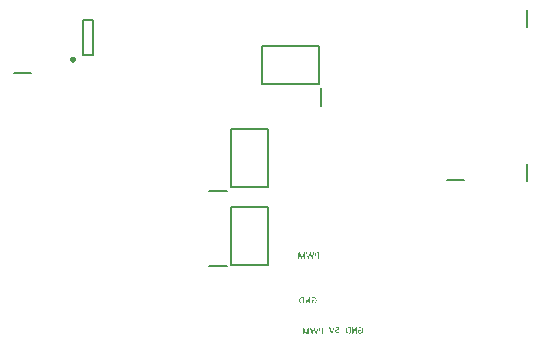
<source format=gbo>
%FSTAX23Y23*%
%MOIN*%
%SFA1B1*%

%IPPOS*%
%ADD11C,0.007874*%
%ADD14C,0.009843*%
%LNlebot-1*%
%LPD*%
G36*
X01255Y00291D02*
X01255Y0029D01*
X01255Y0029*
X01255Y0029*
X01255Y0029*
X01255Y0029*
X01255Y0029*
X01255Y0029*
X01255Y0029*
X01255Y0029*
X01255Y0029*
Y00289*
Y00289*
Y00271*
X01255Y00271*
X01255Y0027*
Y0027*
X01255Y0027*
X01255Y0027*
X01255Y0027*
X01255*
X01255Y0027*
X01255Y0027*
X01255Y0027*
X01255*
X01254Y0027*
X01254Y0027*
X01254*
X01254Y0027*
X01253Y0027*
X01253*
X01253Y0027*
X01253Y0027*
X01253Y0027*
X01253*
X01253Y0027*
X01253Y0027*
X01253Y0027*
X01253Y0027*
X01253Y00271*
X01253Y00271*
Y00271*
Y00271*
Y00288*
X01246Y00271*
X01246Y0027*
X01246Y0027*
Y0027*
X01245Y0027*
X01245Y0027*
X01245*
X01245Y0027*
X01245Y0027*
X01245Y0027*
X01245*
X01245Y0027*
X01245Y0027*
X01244*
X01244Y0027*
X01244*
X01244Y0027*
X01244Y0027*
X01244Y0027*
X01244*
X01243Y0027*
X01243Y0027*
X01243Y0027*
X01243*
X01243Y00271*
X01243Y00271*
Y00271*
X01236Y00288*
X01236*
Y00271*
X01236Y00271*
X01236Y0027*
Y0027*
X01236Y0027*
X01236Y0027*
X01236Y0027*
X01236*
X01235Y0027*
X01235Y0027*
X01235Y0027*
X01235*
X01235Y0027*
X01235Y0027*
X01234*
X01234Y0027*
X01234Y0027*
X01234*
X01234Y0027*
X01234Y0027*
X01234Y0027*
X01234*
X01233Y0027*
X01233Y0027*
X01233Y0027*
X01233Y0027*
X01233Y00271*
X01233Y00271*
Y00271*
Y00271*
Y00289*
X01233Y0029*
X01233Y0029*
X01233Y0029*
X01233Y0029*
X01233Y0029*
X01233Y0029*
X01234Y0029*
X01234Y0029*
X01234Y0029*
X01234Y00291*
X01234Y00291*
X01234Y00291*
X01234Y00291*
X01234Y00291*
X01236*
X01236Y00291*
X01237Y00291*
X01237Y00291*
X01237Y00291*
X01237*
X01237Y0029*
X01237Y0029*
X01237Y0029*
X01237Y0029*
X01238Y0029*
X01238Y0029*
X01238Y0029*
X01238Y0029*
Y0029*
X01238Y00289*
X01238Y00289*
X01238Y00289*
X01238Y00289*
X01238Y00289*
Y00289*
X01244Y00274*
X01244*
X0125Y00289*
X0125Y00289*
X0125Y0029*
X0125Y0029*
X01251Y0029*
Y0029*
X01251Y0029*
X01251Y0029*
X01251Y0029*
X01251Y0029*
X01251*
X01251Y0029*
X01251Y0029*
X01252Y0029*
X01252Y00291*
X01252Y00291*
X01252*
X01252Y00291*
X01252Y00291*
X01254*
X01255Y00291*
G37*
G36*
X01285Y00291D02*
X01285D01*
X01285Y00291*
X01285*
X01285Y00291*
X01286Y00291*
X01286Y00291*
X01286Y00291*
X01286Y0029*
X01286Y0029*
X01286Y0029*
Y0029*
X01286Y0029*
X01286Y0029*
X01286Y0029*
X01286Y0029*
Y0029*
X0128Y00271*
X0128Y00271*
X0128Y00271*
X0128Y00271*
X0128Y0027*
X0128Y0027*
X0128Y0027*
X0128Y0027*
X0128Y0027*
X0128Y0027*
X01279Y0027*
X01279Y0027*
X01279*
X01279Y0027*
X01279Y0027*
X01278*
X01278Y0027*
X01278*
X01278Y0027*
X01278*
X01277Y0027*
X01277Y0027*
X01277Y0027*
X01277*
X01277Y0027*
X01277Y0027*
X01277Y0027*
X01277Y0027*
X01277Y00271*
X01277Y00271*
X01277Y00271*
Y00271*
X01273Y00286*
X01273*
X01268Y00271*
X01268Y00271*
X01268Y00271*
X01268Y00271*
X01268Y0027*
X01268Y0027*
X01268Y0027*
X01268Y0027*
X01268Y0027*
X01268Y0027*
X01267Y0027*
X01267Y0027*
X01267*
X01267Y0027*
X01267Y0027*
X01266*
X01266Y0027*
X01266*
X01266Y0027*
X01266*
X01265Y0027*
X01265Y0027*
X01265Y0027*
X01265*
X01265Y0027*
X01265Y0027*
X01265Y0027*
X01265Y0027*
X01265Y00271*
X01265Y00271*
X01265Y00271*
X01265Y00271*
X01259Y0029*
X01259Y0029*
X01259Y0029*
Y0029*
Y0029*
X01259Y0029*
X01259Y0029*
X01259Y0029*
X01259Y00291*
X01259Y00291*
X01259Y00291*
X0126Y00291*
X0126*
X0126Y00291*
X0126Y00291*
X01261*
X01261Y00291*
X01261Y00291*
X01261*
X01261Y00291*
X01261Y00291*
X01261Y00291*
X01261Y00291*
X01262Y00291*
X01262Y0029*
X01262Y0029*
Y0029*
X01262Y0029*
X01262Y0029*
Y0029*
X01266Y00273*
X01266*
X01271Y0029*
X01271Y0029*
X01271Y0029*
X01271Y0029*
X01271Y0029*
X01271Y0029*
X01271Y00291*
X01271Y00291*
X01271*
X01271Y00291*
X01272Y00291*
X01272Y00291*
X01272*
X01272Y00291*
X01272Y00291*
X01273*
X01273Y00291*
X01273*
X01273Y00291*
X01273*
X01273Y00291*
X01274Y00291*
X01274Y00291*
X01274Y00291*
X01274Y00291*
X01274Y0029*
X01274Y0029*
X01274Y0029*
X01274Y0029*
X01274Y0029*
Y0029*
X01278Y00273*
X01278*
X01283Y0029*
X01283Y0029*
X01283Y0029*
X01283Y0029*
X01283Y0029*
X01283Y00291*
X01283Y00291*
X01283Y00291*
X01283*
X01283Y00291*
X01283Y00291*
X01284Y00291*
X01284*
X01284Y00291*
X01285*
X01285Y00291*
G37*
G36*
X013Y00291D02*
X013Y00291D01*
X013Y0029*
X013Y0029*
X013Y0029*
X013Y0029*
X013Y0029*
X01301Y0029*
X01301Y0029*
X01301Y0029*
X01301Y0029*
Y00289*
Y00289*
Y00271*
X01301Y00271*
X01301Y0027*
Y0027*
X01301Y0027*
X013Y0027*
X013Y0027*
X013*
X013Y0027*
X013Y0027*
X013Y0027*
X013*
X013Y0027*
X013Y0027*
X01299*
X01299Y0027*
X01299Y0027*
X01299*
X01299Y0027*
X01298Y0027*
X01298Y0027*
X01298*
X01298Y0027*
X01298Y0027*
X01298Y0027*
X01298Y0027*
X01298Y00271*
X01298Y00271*
Y00271*
Y00271*
Y00278*
X01296*
X01295Y00278*
X01294Y00278*
X01294Y00278*
X01293Y00278*
X01293Y00278*
X01293Y00278*
X01293Y00278*
X01293Y00278*
X01292Y00278*
X01292Y00278*
X01292*
X01292Y00279*
X01291Y00279*
X01291Y00279*
X01291Y00279*
X0129Y0028*
X0129Y0028*
X0129Y0028*
X0129Y0028*
X0129Y0028*
X01289Y00281*
X01289Y00281*
X01289Y00281*
X01289Y00281*
X01289Y00282*
X01289Y00282*
X01289Y00282*
Y00282*
X01289Y00282*
X01288Y00283*
X01288Y00283*
X01288Y00284*
X01288Y00284*
Y00284*
X01288Y00284*
Y00285*
Y00285*
Y00285*
Y00285*
X01288Y00285*
X01288Y00285*
X01288Y00286*
X01288Y00286*
X01288Y00286*
X01288Y00287*
X01288Y00287*
X01289Y00287*
X01289Y00287*
X01289Y00287*
X01289Y00288*
X01289Y00288*
X01289Y00288*
X01289Y00288*
X01289Y00288*
X01289Y00288*
X0129Y00289*
X0129Y00289*
X0129Y00289*
X0129Y00289*
X01291Y00289*
X01291Y0029*
X01291Y0029*
X01291Y0029*
X01291Y0029*
X01292Y0029*
X01292Y0029*
X01292Y0029*
X01292Y0029*
X01292Y0029*
X01293Y0029*
X01293*
X01293Y0029*
X01293Y0029*
X01293Y0029*
X01294Y00291*
X01294Y00291*
X01294Y00291*
X01294*
X01294Y00291*
X01295*
X01295Y00291*
X013*
X013Y00291*
G37*
G36*
X01367Y00042D02*
X01367Y00042D01*
X01367Y00042*
X01367Y00042*
Y00042*
X01367Y00041*
X01367Y00041*
X01368Y00041*
Y00041*
X01368Y00041*
Y00041*
Y00041*
Y00032*
Y00032*
X01368Y00032*
X01368Y00032*
X01367Y00032*
X01367Y00032*
X01367Y00032*
X01367Y00032*
X01367Y00032*
X01367Y00032*
X01367Y00032*
X01367*
X01366Y00032*
X01366*
X01366Y00032*
X01366Y00032*
X01366*
X01365Y00032*
X01365*
X01365Y00032*
X01365Y00032*
X01365Y00032*
X01364Y00032*
X01363*
X01363Y00032*
X01362Y00032*
X01362Y00032*
X01362Y00032*
X01362Y00032*
X01362Y00031*
X01361*
X01361Y00031*
X01361Y00031*
X01361Y00031*
X0136Y00031*
X0136Y00031*
X0136Y00031*
X0136Y00031*
X0136Y00031*
X0136Y00031*
X01359Y0003*
X01359Y0003*
X01359Y0003*
X01359Y0003*
X01359Y0003*
X01359Y00029*
X01359Y00029*
X01359Y00029*
X01359Y00029*
X01359Y00029*
X01359Y00028*
X01359Y00028*
X01359Y00028*
Y00028*
Y00028*
X01359Y00027*
X01359Y00027*
X01359Y00027*
X01359Y00026*
X01359Y00026*
X01359Y00026*
X01359Y00026*
X01359Y00026*
X01359Y00025*
X01359Y00025*
X01359Y00025*
X0136Y00025*
X0136Y00025*
X0136Y00025*
X0136Y00024*
X0136Y00024*
X0136Y00024*
X01361Y00024*
X01361Y00024*
X01361Y00024*
X01361Y00024*
X01361Y00024*
X01361Y00024*
X01362Y00024*
X01362Y00023*
X01362Y00023*
X01363Y00023*
X01363*
X01363Y00023*
X01364*
X01364Y00023*
X01365Y00023*
X01365Y00023*
X01365Y00024*
X01365Y00024*
X01365Y00024*
X01365*
X01366Y00024*
X01366Y00024*
X01366Y00024*
X01366Y00024*
X01367Y00024*
X01367Y00024*
X01367Y00024*
X01367*
X01367Y00024*
X01367Y00024*
X01367Y00024*
X01368Y00024*
X01368Y00024*
X01368Y00024*
X01368*
X01368Y00025*
X01368Y00025*
X01368Y00025*
X01368*
X01368Y00025*
X01368Y00025*
X01368Y00025*
X01368Y00024*
X01368Y00024*
X01368Y00024*
X01369Y00024*
X01369Y00024*
X01369Y00024*
Y00024*
Y00024*
Y00024*
Y00024*
Y00024*
Y00024*
Y00023*
Y00023*
Y00023*
Y00023*
X01369Y00023*
Y00023*
X01369Y00023*
Y00023*
X01368Y00023*
X01368Y00023*
Y00022*
X01368Y00022*
X01368Y00022*
X01368Y00022*
X01368Y00022*
X01368Y00022*
X01368Y00022*
X01368Y00022*
X01368Y00022*
X01368*
X01367Y00022*
X01367Y00022*
X01367Y00022*
X01367Y00022*
X01367Y00022*
X01367*
X01366Y00021*
X01366Y00021*
X01366Y00021*
X01365Y00021*
X01365Y00021*
X01365Y00021*
X01365*
X01365Y00021*
X01364Y00021*
X01364*
X01364Y00021*
X01363*
X01363Y00021*
X01362Y00021*
X01362Y00021*
X01361Y00021*
X01361Y00021*
X01361Y00021*
X01361Y00022*
X0136Y00022*
X0136Y00022*
X0136Y00022*
X0136*
X0136Y00022*
X01359Y00022*
X01359Y00022*
X01359Y00022*
X01358Y00023*
X01358Y00023*
X01358Y00023*
X01358Y00023*
X01357Y00023*
X01357Y00024*
X01357Y00024*
X01357Y00024*
X01357Y00025*
X01356Y00025*
X01356Y00025*
X01356Y00025*
X01356Y00025*
Y00025*
X01356Y00026*
X01356Y00026*
X01356Y00027*
X01356Y00027*
X01356Y00027*
Y00028*
X01356Y00028*
Y00028*
Y00028*
Y00028*
Y00028*
X01356Y00028*
X01356Y00029*
X01356Y00029*
X01356Y0003*
X01356Y0003*
X01356Y0003*
X01356Y0003*
X01356Y0003*
X01356Y00031*
X01357Y00031*
X01357Y00031*
X01357Y00032*
X01357Y00032*
X01357Y00032*
X01357Y00032*
X01357Y00032*
X01358Y00033*
X01358Y00033*
X01358Y00033*
X01359Y00033*
X01359Y00033*
X01359Y00033*
X01359Y00033*
X0136Y00033*
X0136Y00033*
X0136*
X0136Y00034*
X01361Y00034*
X01361Y00034*
X01362Y00034*
X01362Y00034*
X01362Y00034*
X01363*
X01364Y00034*
X01364*
X01364Y00034*
X01364Y00034*
X01365*
X01365Y00034*
X01365*
X01365Y00034*
X01365*
Y00039*
X01358*
X01357Y00039*
X01357Y0004*
X01357Y0004*
X01357Y0004*
X01357Y0004*
X01357Y0004*
X01357Y0004*
X01357Y0004*
Y00041*
Y00041*
Y00041*
Y00041*
X01357Y00041*
X01357Y00041*
Y00041*
X01357Y00041*
X01357Y00041*
X01357Y00041*
X01357Y00042*
X01357Y00042*
X01357Y00042*
X01357Y00042*
X01357Y00042*
X01357Y00042*
X01358Y00042*
X01367*
X01367Y00042*
G37*
G36*
X01352Y00042D02*
X01353D01*
X01353Y00042*
X01353*
X01353Y00042*
X01353Y00042*
X01353Y00042*
X01353Y00042*
X01353Y00042*
X01353Y00042*
X01353Y00041*
Y00041*
X01353Y00041*
X01353Y00041*
X01353Y00041*
X01353Y00041*
Y00041*
X01347Y00022*
X01346Y00022*
X01346Y00022*
Y00022*
X01346Y00022*
X01346Y00022*
X01346Y00022*
X01346Y00021*
X01346Y00021*
X01346*
X01346Y00021*
X01346*
X01346Y00021*
X01346*
X01346Y00021*
X01345Y00021*
X01345*
X01345Y00021*
X01344*
X01344Y00021*
X01344*
X01344Y00021*
X01344Y00021*
X01343Y00021*
X01343*
X01343Y00021*
X01343Y00022*
X01343Y00022*
X01343Y00022*
X01343Y00022*
X01343Y00022*
X01343Y00022*
X01336Y00041*
X01336Y00041*
X01336Y00041*
X01336Y00041*
Y00041*
Y00042*
X01336Y00042*
X01336Y00042*
X01336Y00042*
X01336Y00042*
X01336Y00042*
X01337Y00042*
X01337*
X01337Y00042*
X01337Y00042*
X01338*
X01338Y00042*
X01338*
X01338Y00042*
X01338Y00042*
X01339Y00042*
X01339Y00042*
X01339Y00042*
X01339Y00042*
X01339Y00042*
X01339Y00042*
X01339Y00042*
X01339Y00041*
X01339Y00041*
Y00041*
X01345Y00024*
X01345*
X0135Y00041*
X0135Y00041*
X01351Y00042*
X01351Y00042*
X01351Y00042*
X01351Y00042*
X01351Y00042*
X01351Y00042*
X01351*
X01351Y00042*
X01351Y00042*
X01351Y00042*
X01351*
X01351Y00042*
X01352*
X01352Y00042*
G37*
G36*
X01268Y0004D02*
X01269Y0004D01*
X01269Y00039*
X01269Y00039*
X01269Y00039*
X01269Y00039*
X01269Y00039*
X01269Y00039*
X01269Y00039*
X01269Y00039*
X01269Y00039*
Y00038*
Y00038*
Y0002*
X01269Y0002*
X01269Y00019*
Y00019*
X01269Y00019*
X01269Y00019*
X01269Y00019*
X01269*
X01269Y00019*
X01269Y00019*
X01269Y00019*
X01268*
X01268Y00019*
X01268Y00019*
X01268*
X01267Y00019*
X01267Y00019*
X01267*
X01267Y00019*
X01267Y00019*
X01267Y00019*
X01267*
X01267Y00019*
X01267Y00019*
X01267Y00019*
X01266Y00019*
X01266Y0002*
X01266Y0002*
Y0002*
Y0002*
Y00037*
X0126Y0002*
X01259Y00019*
X01259Y00019*
Y00019*
X01259Y00019*
X01259Y00019*
X01259*
X01259Y00019*
X01259Y00019*
X01259Y00019*
X01259*
X01259Y00019*
X01258Y00019*
X01258*
X01258Y00019*
X01258*
X01258Y00019*
X01257Y00019*
X01257Y00019*
X01257*
X01257Y00019*
X01257Y00019*
X01257Y00019*
X01257*
X01257Y0002*
X01257Y0002*
Y0002*
X0125Y00037*
X0125*
Y0002*
X0125Y0002*
X0125Y00019*
Y00019*
X0125Y00019*
X01249Y00019*
X01249Y00019*
X01249*
X01249Y00019*
X01249Y00019*
X01249Y00019*
X01249*
X01249Y00019*
X01249Y00019*
X01248*
X01248Y00019*
X01248Y00019*
X01248*
X01248Y00019*
X01247Y00019*
X01247Y00019*
X01247*
X01247Y00019*
X01247Y00019*
X01247Y00019*
X01247Y00019*
X01247Y0002*
X01247Y0002*
Y0002*
Y0002*
Y00038*
X01247Y00039*
X01247Y00039*
X01247Y00039*
X01247Y00039*
X01247Y00039*
X01247Y00039*
X01247Y00039*
X01247Y00039*
X01247Y00039*
X01248Y0004*
X01248Y0004*
X01248Y0004*
X01248Y0004*
X01248Y0004*
X0125*
X0125Y0004*
X0125Y0004*
X01251Y0004*
X01251Y0004*
X01251*
X01251Y00039*
X01251Y00039*
X01251Y00039*
X01251Y00039*
X01251Y00039*
X01251Y00039*
X01252Y00039*
X01252Y00039*
Y00039*
X01252Y00038*
X01252Y00038*
X01252Y00038*
X01252Y00038*
X01252Y00038*
Y00038*
X01258Y00023*
X01258*
X01264Y00038*
X01264Y00038*
X01264Y00039*
X01264Y00039*
X01264Y00039*
Y00039*
X01264Y00039*
X01265Y00039*
X01265Y00039*
X01265Y00039*
X01265*
X01265Y00039*
X01265Y00039*
X01265Y0004*
X01265Y0004*
X01265Y0004*
X01265*
X01266Y0004*
X01266Y0004*
X01268*
X01268Y0004*
G37*
G36*
X01299Y0004D02*
X01299D01*
X01299Y0004*
X01299*
X01299Y0004*
X01299Y0004*
X01299Y0004*
X01299Y0004*
X013Y00039*
X013Y00039*
X013Y00039*
Y00039*
X013Y00039*
X013Y00039*
X01299Y00039*
X01299Y00039*
Y00039*
X01294Y0002*
X01294Y0002*
X01294Y0002*
X01294Y0002*
X01294Y0002*
X01294Y00019*
X01294Y00019*
X01294Y00019*
X01294Y00019*
X01293Y00019*
X01293Y00019*
X01293Y00019*
X01293*
X01293Y00019*
X01292Y00019*
X01292*
X01292Y00019*
X01291*
X01291Y00019*
X01291*
X01291Y00019*
X01291Y00019*
X01291Y00019*
X01291*
X01291Y00019*
X01291Y00019*
X01291Y00019*
X0129Y0002*
X0129Y0002*
X0129Y0002*
X0129Y0002*
Y0002*
X01286Y00035*
X01286*
X01282Y0002*
X01282Y0002*
X01282Y0002*
X01282Y0002*
X01282Y0002*
X01282Y00019*
X01282Y00019*
X01282Y00019*
X01282Y00019*
X01281Y00019*
X01281Y00019*
X01281Y00019*
X01281*
X01281Y00019*
X0128Y00019*
X0128*
X0128Y00019*
X0128*
X01279Y00019*
X01279*
X01279Y00019*
X01279Y00019*
X01279Y00019*
X01279*
X01279Y00019*
X01279Y00019*
X01279Y00019*
X01278Y0002*
X01278Y0002*
X01278Y0002*
X01278Y0002*
X01278Y0002*
X01273Y00039*
X01273Y00039*
X01273Y00039*
Y00039*
Y00039*
X01273Y00039*
X01273Y00039*
X01273Y0004*
X01273Y0004*
X01273Y0004*
X01273Y0004*
X01273Y0004*
X01273*
X01274Y0004*
X01274Y0004*
X01274*
X01275Y0004*
X01275Y0004*
X01275*
X01275Y0004*
X01275Y0004*
X01275Y0004*
X01275Y0004*
X01275Y0004*
X01275Y0004*
X01275Y00039*
Y00039*
X01276Y00039*
X01276Y00039*
Y00039*
X0128Y00022*
X0128*
X01285Y00039*
X01285Y00039*
X01285Y00039*
X01285Y00039*
X01285Y00039*
X01285Y0004*
X01285Y0004*
X01285Y0004*
X01285*
X01285Y0004*
X01285Y0004*
X01285Y0004*
X01286*
X01286Y0004*
X01286Y0004*
X01287*
X01287Y0004*
X01287*
X01287Y0004*
X01287*
X01287Y0004*
X01287Y0004*
X01287Y0004*
X01287Y0004*
X01288Y0004*
X01288Y0004*
X01288Y00039*
X01288Y00039*
X01288Y00039*
X01288Y00039*
Y00039*
X01292Y00022*
X01292*
X01297Y00039*
X01297Y00039*
X01297Y00039*
X01297Y00039*
X01297Y00039*
X01297Y0004*
X01297Y0004*
X01297Y0004*
X01297*
X01297Y0004*
X01297Y0004*
X01297Y0004*
X01297*
X01298Y0004*
X01299*
X01299Y0004*
G37*
G36*
X01314Y0004D02*
X01314Y0004D01*
X01314Y00039*
X01314Y00039*
X01314Y00039*
X01314Y00039*
X01314Y00039*
X01314Y00039*
X01314Y00039*
X01314Y00039*
X01314Y00039*
Y00038*
Y00038*
Y0002*
X01314Y0002*
X01314Y00019*
Y00019*
X01314Y00019*
X01314Y00019*
X01314Y00019*
X01314*
X01314Y00019*
X01314Y00019*
X01314Y00019*
X01314*
X01314Y00019*
X01313Y00019*
X01313*
X01313Y00019*
X01313Y00019*
X01312*
X01312Y00019*
X01312Y00019*
X01312Y00019*
X01312*
X01312Y00019*
X01312Y00019*
X01312Y00019*
X01312Y00019*
X01312Y0002*
X01312Y0002*
Y0002*
Y0002*
Y00027*
X01309*
X01309Y00027*
X01308Y00027*
X01308Y00027*
X01307Y00027*
X01307Y00027*
X01307Y00027*
X01306Y00027*
X01306Y00027*
X01306Y00027*
X01306Y00028*
X01306*
X01306Y00028*
X01305Y00028*
X01305Y00028*
X01305Y00028*
X01304Y00029*
X01304Y00029*
X01304Y00029*
X01304Y00029*
X01304Y00029*
X01303Y0003*
X01303Y0003*
X01303Y0003*
X01303Y0003*
X01303Y00031*
X01302Y00031*
X01302Y00031*
Y00031*
X01302Y00031*
X01302Y00032*
X01302Y00032*
X01302Y00033*
X01302Y00033*
Y00033*
X01302Y00033*
Y00034*
Y00034*
Y00034*
Y00034*
X01302Y00034*
X01302Y00034*
X01302Y00035*
X01302Y00035*
X01302Y00035*
X01302Y00036*
X01302Y00036*
X01302Y00036*
X01302Y00036*
X01303Y00036*
X01303Y00037*
X01303Y00037*
X01303Y00037*
X01303Y00037*
X01303Y00037*
X01303Y00037*
X01303Y00038*
X01304Y00038*
X01304Y00038*
X01304Y00038*
X01304Y00038*
X01304Y00039*
X01305Y00039*
X01305Y00039*
X01305Y00039*
X01305Y00039*
X01306Y00039*
X01306Y00039*
X01306Y00039*
X01306Y00039*
X01306Y00039*
X01306*
X01307Y00039*
X01307Y00039*
X01307Y0004*
X01307Y0004*
X01308Y0004*
X01308Y0004*
X01308*
X01308Y0004*
X01308*
X01309Y0004*
X01314*
X01314Y0004*
G37*
G36*
X01285Y00141D02*
X01285Y00141D01*
X01286Y00141*
X01286Y00141*
X01287Y00141*
X01287Y00141*
X01287Y00141*
X01287Y00141*
X01287Y00141*
X01288Y00141*
X01288Y00141*
X01288Y00141*
X01288*
X01288Y0014*
X01289Y0014*
X0129Y0014*
X0129Y00139*
X0129Y00139*
X01291Y00139*
X01291Y00139*
X01291Y00139*
X01291Y00139*
X01291Y00139*
X01291Y00139*
X01291Y00138*
X01292Y00137*
X01292Y00137*
X01293Y00136*
X01293Y00136*
X01293Y00136*
X01293Y00136*
X01293Y00135*
X01293Y00135*
X01293Y00135*
Y00135*
X01293Y00134*
X01293Y00134*
X01294Y00133*
X01294Y00132*
X01294Y00132*
Y00132*
X01294Y00131*
X01294Y00131*
Y00131*
Y00131*
Y00131*
Y00131*
X01294Y0013*
X01294Y00129*
X01294Y00128*
X01294Y00128*
X01293Y00128*
X01293Y00128*
X01293Y00127*
X01293Y00127*
X01293Y00127*
X01293Y00127*
X01293Y00127*
X01293Y00127*
Y00127*
X01293Y00126*
X01293Y00125*
X01292Y00125*
X01292Y00124*
X01292Y00124*
X01291Y00124*
X01291Y00124*
X01291Y00124*
X01291Y00123*
X01291Y00123*
X01291Y00123*
X01291Y00123*
X0129Y00122*
X0129Y00122*
X01289Y00122*
X01289Y00122*
X01289Y00121*
X01288Y00121*
X01288Y00121*
X01288Y00121*
X01288Y00121*
X01288*
X01287Y00121*
X01287Y00121*
X01286Y00121*
X01285Y00121*
X01285Y00121*
X01285*
X01284Y00121*
X01284Y00121*
X01284*
X01283Y00121*
X01283*
X01283Y00121*
X01283Y00121*
X01282*
X01282Y00121*
X01282*
X01282Y00121*
X01281Y00121*
X01281Y00121*
X01281Y00121*
X01281Y00121*
X01281Y00121*
X01281*
X0128Y00121*
X0128Y00121*
X0128Y00121*
X01279Y00121*
X01279Y00121*
X01279Y00121*
X01279*
X01279Y00121*
X01279Y00122*
X01279Y00122*
X01278Y00122*
X01278Y00122*
X01278Y00122*
X01278Y00122*
X01278*
X01278Y00122*
X01278Y00122*
X01278Y00122*
X01278Y00122*
X01277Y00122*
X01277Y00122*
Y00122*
X01277Y00123*
X01277Y00123*
X01277Y00123*
Y00123*
Y00123*
Y00123*
Y00131*
X01277Y00131*
X01277Y00131*
X01277Y00131*
X01277Y00131*
X01277Y00132*
X01278Y00132*
X01278Y00132*
X01278Y00132*
X01278Y00132*
X01278Y00132*
X01278Y00132*
X01278Y00132*
X01278Y00132*
X01278Y00132*
X01285*
X01285Y00132*
X01285Y00132*
X01285Y00132*
X01285Y00132*
X01285Y00132*
X01285Y00132*
X01285Y00132*
X01285Y00132*
X01285Y00131*
Y00131*
X01285Y00131*
Y00131*
Y00131*
Y00131*
Y00131*
Y00131*
X01285Y00131*
X01285Y0013*
X01285Y0013*
Y0013*
X01285Y0013*
X01285Y0013*
Y0013*
X01285Y0013*
X01285Y0013*
X01285Y0013*
X0128*
Y00124*
X01281Y00124*
X01281Y00123*
X01281Y00123*
X01281Y00123*
X01282Y00123*
X01282Y00123*
X01282*
X01283Y00123*
X01283Y00123*
X01283Y00123*
X01283*
X01284Y00123*
X01284*
X01284Y00123*
X01285Y00123*
X01285Y00123*
X01286Y00123*
X01286Y00123*
X01286Y00123*
X01286Y00123*
X01286Y00123*
X01287Y00123*
X01287Y00123*
X01287*
X01287Y00124*
X01288Y00124*
X01288Y00124*
X01288Y00124*
X01289Y00125*
X01289Y00125*
X01289Y00125*
X01289Y00125*
X01289Y00125*
X0129Y00126*
X0129Y00126*
X0129Y00127*
X0129Y00127*
X0129Y00127*
X0129Y00127*
X0129Y00128*
X0129Y00128*
Y00128*
X01291Y00128*
X01291Y00129*
X01291Y00129*
X01291Y0013*
X01291Y0013*
X01291Y0013*
Y00131*
X01291Y00131*
Y00131*
Y00131*
Y00131*
Y00131*
X01291Y00132*
X01291Y00132*
X01291Y00133*
X01291Y00133*
X01291Y00134*
X01291Y00134*
X01291Y00134*
X0129Y00134*
X0129Y00134*
X0129Y00134*
Y00134*
X0129Y00135*
X0129Y00135*
X0129Y00136*
X0129Y00136*
X01289Y00136*
X01289Y00137*
X01289Y00137*
X01289Y00137*
X01289Y00137*
X01288Y00138*
X01288Y00138*
X01288Y00138*
X01287Y00138*
X01287Y00138*
X01287Y00139*
X01287Y00139*
X01287Y00139*
X01287*
X01286Y00139*
X01286Y00139*
X01285Y00139*
X01285Y00139*
X01284Y00139*
X01284*
X01284Y00139*
X01284*
X01283Y00139*
X01283Y00139*
X01282Y00139*
X01282Y00139*
X01282Y00139*
X01281Y00139*
X01281Y00139*
X01281Y00139*
X01281Y00139*
X01281Y00139*
X0128Y00139*
X0128Y00138*
X0128Y00138*
X0128Y00138*
X0128Y00138*
X0128Y00138*
X01279Y00138*
X01279Y00138*
X01279Y00138*
X01279Y00138*
X01279Y00138*
X01278Y00138*
X01278Y00138*
X01278Y00138*
X01278Y00137*
X01278Y00137*
X01278Y00137*
X01278Y00137*
X01278*
X01278Y00137*
X01278Y00137*
X01278*
X01277Y00137*
X01277Y00137*
X01277Y00138*
Y00138*
X01277Y00138*
X01277Y00138*
X01277Y00138*
Y00138*
X01277Y00138*
X01277Y00138*
Y00138*
Y00138*
Y00138*
X01277Y00139*
X01277Y00139*
X01277Y00139*
Y00139*
X01277Y00139*
X01277Y00139*
X01277Y0014*
X01278Y0014*
X01278Y0014*
X01278Y0014*
X01278Y0014*
X01278Y0014*
X01278Y0014*
X01278Y0014*
X01278Y0014*
X01278Y0014*
X01279Y0014*
X01279Y00141*
X01279Y00141*
X01279Y00141*
X0128Y00141*
X0128Y00141*
X0128*
X0128Y00141*
X01281Y00141*
X01281Y00141*
X01281Y00141*
X01281Y00141*
X01281Y00141*
X01281*
X01282Y00141*
X01283Y00141*
X01283Y00141*
X01283Y00142*
X01284*
X01285Y00141*
G37*
G36*
X01251Y00141D02*
X01251Y00141D01*
X01251Y00141*
X01251Y00141*
X01251*
X01251Y00141*
X01251Y00141*
X01251Y0014*
X01251Y0014*
X01251Y0014*
Y0014*
Y0014*
Y00122*
X01251Y00122*
X01251Y00122*
X01251Y00121*
X01251Y00121*
X01251Y00121*
X01251Y00121*
X01251Y00121*
X01251Y00121*
X01251Y00121*
X01251Y00121*
X0125Y00121*
X01246*
X01245Y00121*
X01244Y00121*
X01244Y00121*
X01243Y00121*
X01243Y00121*
X01243Y00121*
X01243Y00121*
X01242Y00121*
X01242Y00121*
X01242Y00121*
X01242Y00121*
X01242Y00121*
X01242Y00121*
X01242*
X01241Y00122*
X0124Y00122*
X0124Y00122*
X01239Y00123*
X01239Y00123*
X01239Y00123*
X01239Y00123*
X01238Y00123*
X01238Y00123*
X01238Y00123*
X01238Y00123*
X01238Y00124*
X01238Y00125*
X01237Y00125*
X01237Y00126*
X01237Y00126*
X01237Y00126*
X01237Y00126*
X01236Y00127*
X01236Y00127*
X01236Y00127*
Y00127*
X01236Y00127*
X01236Y00128*
X01236Y00129*
X01236Y0013*
X01236Y0013*
X01236Y0013*
Y00131*
X01236Y00131*
Y00131*
Y00131*
Y00131*
Y00131*
X01236Y00132*
X01236Y00133*
X01236Y00134*
X01236Y00134*
X01236Y00134*
X01236Y00135*
X01236Y00135*
X01236Y00135*
X01236Y00135*
X01236Y00135*
X01236Y00135*
X01236Y00135*
Y00135*
X01237Y00136*
X01237Y00137*
X01237Y00137*
X01238Y00138*
X01238Y00138*
X01238Y00138*
X01238Y00138*
X01238Y00138*
X01238Y00139*
X01238Y00139*
X01238Y00139*
X01239Y00139*
X01239Y00139*
X0124Y0014*
X0124Y0014*
X01241Y0014*
X01241Y0014*
X01241Y0014*
X01241Y0014*
X01241Y00141*
X01241Y00141*
X01241*
X01242Y00141*
X01243Y00141*
X01243Y00141*
X01244Y00141*
X01245Y00141*
X01245Y00141*
X01245*
X01245Y00141*
X0125*
X01251Y00141*
G37*
G36*
X01259Y00141D02*
X01259Y00141D01*
X01259*
X01259Y00141*
X01259Y00141*
X01259Y00141*
X01259Y00141*
X01259Y00141*
X01259Y00141*
X01259Y00141*
X01259Y00141*
X01259Y00141*
Y00141*
Y00141*
Y0013*
Y00129*
Y00129*
Y00128*
Y00128*
Y00128*
Y00127*
Y00127*
Y00127*
Y00127*
Y00127*
Y00127*
Y00126*
Y00126*
X01259Y00125*
Y00125*
Y00125*
Y00125*
Y00125*
Y00125*
Y00125*
X0126Y00125*
X0126Y00125*
X0126Y00126*
X0126Y00126*
X0126Y00126*
X0126Y00126*
X0126Y00126*
X0126Y00127*
X01261Y00127*
X01261Y00127*
X01261Y00127*
X01261Y00127*
X01261Y00127*
X01261Y00127*
X01261Y00128*
X01261Y00128*
X01261Y00129*
X01262Y00129*
X01262Y00129*
X01262Y00129*
X01262Y00129*
X01262Y0013*
X01262Y0013*
X01262Y0013*
X01262Y0013*
X01263Y0013*
X01263Y00131*
X01263Y00131*
X01267Y0014*
X01268Y0014*
X01268Y0014*
X01268Y0014*
X01268Y0014*
X01268Y0014*
Y0014*
X01268Y00141*
X01268Y00141*
X01268Y00141*
X01268Y00141*
X01268*
X01269Y00141*
X01269Y00141*
X01269Y00141*
X01269Y00141*
X01269*
X01269Y00141*
X01269Y00141*
X01271*
X01271Y00141*
X01272Y00141*
X01272Y00141*
X01272Y00141*
X01272Y00141*
X01272Y00141*
X01272Y00141*
X01272Y00141*
X01272Y0014*
X01272Y0014*
X01272Y0014*
Y0014*
Y0014*
Y00121*
X01272Y00121*
X01272Y00121*
Y00121*
X01272Y00121*
X01272Y00121*
X01272Y00121*
X01272*
X01272Y00121*
X01272Y00121*
X01272Y00121*
X01272*
X01271Y00121*
X01271Y00121*
X01271*
X0127Y00121*
X0127Y00121*
X0127*
X0127Y00121*
X0127Y00121*
X0127Y00121*
X0127*
X0127Y00121*
X0127Y00121*
X0127Y00121*
X0127Y00121*
X01269Y00121*
X01269Y00121*
Y00121*
Y00121*
Y00134*
Y00134*
Y00134*
Y00135*
Y00135*
X01269Y00135*
Y00136*
Y00136*
Y00136*
Y00136*
Y00136*
Y00137*
X0127Y00137*
Y00137*
Y00138*
X0127Y00138*
Y00138*
Y00138*
X01269*
X01269Y00138*
X01269Y00137*
X01269Y00137*
X01269Y00137*
X01269Y00136*
X01269Y00136*
X01269Y00136*
X01268Y00136*
X01268Y00136*
X01268Y00135*
X01268Y00135*
X01268Y00135*
X01268Y00135*
X01268Y00134*
X01268Y00134*
X01261Y00123*
X01261Y00123*
X01261Y00122*
X01261Y00122*
X01261Y00122*
X01261Y00122*
X01261Y00122*
X01261Y00122*
X01261Y00122*
X01261Y00122*
X0126Y00121*
X0126Y00121*
X0126Y00121*
X0126Y00121*
X0126Y00121*
X0126Y00121*
X0126Y00121*
X0126*
X01259Y00121*
X01259Y00121*
X01258*
X01258Y00121*
X01258Y00121*
X01258*
X01257Y00121*
X01257Y00121*
X01257Y00121*
X01257Y00121*
X01257Y00121*
X01257Y00121*
X01257Y00121*
X01257Y00121*
X01257Y00122*
X01257Y00122*
X01257Y00122*
Y00122*
Y00122*
Y00141*
Y00141*
X01257Y00141*
X01257Y00141*
X01257Y00141*
X01257Y00141*
X01257Y00141*
X01257Y00141*
X01257*
X01257Y00141*
X01257Y00141*
X01257Y00141*
X01257*
X01258Y00141*
X01258Y00141*
X01258*
X01259Y00141*
G37*
G36*
X0144Y00041D02*
X01441Y00041D01*
X01442Y00041*
X01442Y00041*
X01442Y00041*
X01442Y00041*
X01443Y00041*
X01443Y00041*
X01443Y0004*
X01443Y0004*
X01443Y0004*
X01443Y0004*
X01443*
X01444Y0004*
X01445Y0004*
X01445Y00039*
X01446Y00039*
X01446Y00039*
X01446Y00039*
X01446Y00038*
X01446Y00038*
X01446Y00038*
X01447Y00038*
X01447Y00038*
X01447Y00038*
X01447Y00037*
X01448Y00037*
X01448Y00036*
X01448Y00036*
X01448Y00035*
X01448Y00035*
X01449Y00035*
X01449Y00035*
X01449Y00035*
Y00035*
X01449Y00034*
X01449Y00033*
X01449Y00033*
X01449Y00032*
X01449Y00032*
Y00031*
X01449Y00031*
X01449Y00031*
Y00031*
Y00031*
Y0003*
Y0003*
X01449Y0003*
X01449Y00029*
X01449Y00028*
X01449Y00028*
X01449Y00027*
X01449Y00027*
X01449Y00027*
X01449Y00027*
X01449Y00027*
X01449Y00026*
X01449Y00026*
X01449Y00026*
Y00026*
X01448Y00026*
X01448Y00025*
X01448Y00024*
X01447Y00024*
X01447Y00023*
X01447Y00023*
X01447Y00023*
X01447Y00023*
X01447Y00023*
X01447Y00023*
X01447Y00023*
X01446Y00023*
X01446Y00022*
X01445Y00022*
X01445Y00021*
X01444Y00021*
X01444Y00021*
X01444Y00021*
X01444Y00021*
X01444Y00021*
X01444Y00021*
X01444*
X01443Y00021*
X01442Y0002*
X01441Y0002*
X01441Y0002*
X0144Y0002*
X0144*
X0144Y0002*
X0144Y0002*
X01439*
X01439Y0002*
X01438*
X01438Y0002*
X01438Y0002*
X01438*
X01438Y0002*
X01438*
X01437Y0002*
X01437Y0002*
X01437Y0002*
X01436Y0002*
X01436Y00021*
X01436Y00021*
X01436*
X01436Y00021*
X01435Y00021*
X01435Y00021*
X01435Y00021*
X01435Y00021*
X01435Y00021*
X01435*
X01434Y00021*
X01434Y00021*
X01434Y00021*
X01434Y00021*
X01434Y00021*
X01434Y00021*
X01434Y00021*
X01434*
X01433Y00022*
X01433Y00022*
X01433Y00022*
X01433Y00022*
X01433Y00022*
X01433Y00022*
Y00022*
X01433Y00022*
X01433Y00022*
X01433Y00023*
Y00023*
Y00023*
Y00023*
Y00031*
X01433Y00031*
X01433Y00031*
X01433Y00031*
X01433Y00031*
X01433Y00031*
X01433Y00031*
X01433Y00031*
X01433Y00031*
X01433Y00031*
X01433Y00031*
X01433Y00032*
X01433Y00032*
X01434Y00032*
X01434Y00032*
X0144*
X0144Y00032*
X0144Y00032*
X0144Y00032*
X01441Y00031*
X01441Y00031*
X01441Y00031*
X01441Y00031*
X01441Y00031*
X01441Y00031*
Y00031*
X01441Y00031*
Y00031*
Y00031*
Y00031*
Y0003*
Y0003*
X01441Y0003*
X01441Y0003*
X01441Y0003*
Y0003*
X01441Y0003*
X01441Y0003*
Y0003*
X0144Y00029*
X0144Y00029*
X0144Y00029*
X01435*
Y00023*
X01436Y00023*
X01436Y00023*
X01437Y00023*
X01437Y00023*
X01437Y00023*
X01437Y00023*
X01437*
X01438Y00023*
X01438Y00023*
X01439Y00023*
X01439*
X01439Y00023*
X01439*
X0144Y00023*
X0144Y00023*
X01441Y00023*
X01441Y00023*
X01442Y00023*
X01442Y00023*
X01442Y00023*
X01442Y00023*
X01442Y00023*
X01442Y00023*
X01442*
X01443Y00023*
X01443Y00024*
X01443Y00024*
X01444Y00024*
X01444Y00024*
X01444Y00024*
X01444Y00025*
X01444Y00025*
X01445Y00025*
X01445Y00025*
X01445Y00026*
X01446Y00026*
X01446Y00027*
X01446Y00027*
X01446Y00027*
X01446Y00027*
X01446Y00027*
Y00027*
X01446Y00028*
X01446Y00028*
X01446Y00029*
X01446Y00029*
X01446Y0003*
X01446Y0003*
Y0003*
X01446Y0003*
Y0003*
Y00031*
Y00031*
Y00031*
X01446Y00031*
X01446Y00032*
X01446Y00032*
X01446Y00033*
X01446Y00033*
X01446Y00034*
X01446Y00034*
X01446Y00034*
X01446Y00034*
X01446Y00034*
Y00034*
X01446Y00034*
X01446Y00035*
X01445Y00035*
X01445Y00036*
X01445Y00036*
X01445Y00036*
X01445Y00036*
X01445Y00036*
X01444Y00037*
X01444Y00037*
X01443Y00038*
X01443Y00038*
X01443Y00038*
X01443Y00038*
X01442Y00038*
X01442Y00038*
X01442Y00038*
X01442*
X01442Y00038*
X01441Y00039*
X01441Y00039*
X0144Y00039*
X0144Y00039*
X0144*
X0144Y00039*
X01439*
X01439Y00039*
X01438Y00039*
X01438Y00039*
X01437Y00039*
X01437Y00039*
X01437Y00039*
X01437Y00039*
X01437Y00038*
X01436Y00038*
X01436Y00038*
X01436Y00038*
X01436Y00038*
X01435Y00038*
X01435Y00038*
X01435Y00038*
X01435Y00038*
X01435Y00038*
X01435Y00038*
X01434Y00037*
X01434Y00037*
X01434Y00037*
X01434Y00037*
X01434Y00037*
X01434Y00037*
X01434Y00037*
X01434Y00037*
X01433Y00037*
X01433Y00037*
X01433*
X01433Y00037*
X01433Y00037*
X01433*
X01433Y00037*
X01433Y00037*
X01433Y00037*
Y00037*
X01433Y00037*
X01433Y00037*
X01433Y00038*
Y00038*
X01433Y00038*
X01433Y00038*
Y00038*
Y00038*
Y00038*
X01433Y00038*
X01433Y00039*
X01433Y00039*
Y00039*
X01433Y00039*
X01433Y00039*
X01433Y00039*
X01433Y00039*
X01433Y00039*
X01433Y00039*
X01433Y00039*
X01434Y0004*
X01434Y0004*
X01434Y0004*
X01434Y0004*
X01434Y0004*
X01434Y0004*
X01435Y0004*
X01435Y0004*
X01435Y0004*
X01435Y0004*
X01435Y0004*
X01435*
X01436Y00041*
X01436Y00041*
X01436Y00041*
X01437Y00041*
X01437Y00041*
X01437Y00041*
X01437*
X01438Y00041*
X01438Y00041*
X01438Y00041*
X01439Y00041*
X01439*
X0144Y00041*
G37*
G36*
X01406Y00041D02*
X01406Y00041D01*
X01407Y00041*
X01407Y00041*
X01407*
X01407Y0004*
X01407Y0004*
X01407Y0004*
X01407Y0004*
X01407Y0004*
Y0004*
Y0004*
Y00022*
X01407Y00021*
X01407Y00021*
X01407Y00021*
X01407Y00021*
X01407Y00021*
X01407Y00021*
X01407Y00021*
X01407Y00021*
X01406Y00021*
X01406Y0002*
X01406Y0002*
X01402*
X01401Y0002*
X014Y00021*
X01399Y00021*
X01399Y00021*
X01399Y00021*
X01398Y00021*
X01398Y00021*
X01398Y00021*
X01398Y00021*
X01397Y00021*
X01397Y00021*
X01397Y00021*
X01397Y00021*
X01397*
X01396Y00021*
X01396Y00022*
X01395Y00022*
X01395Y00022*
X01394Y00023*
X01394Y00023*
X01394Y00023*
X01394Y00023*
X01394Y00023*
X01394Y00023*
X01394Y00023*
X01393Y00024*
X01393Y00024*
X01393Y00025*
X01392Y00025*
X01392Y00026*
X01392Y00026*
X01392Y00026*
X01392Y00026*
X01392Y00026*
X01392Y00026*
Y00026*
X01392Y00027*
X01391Y00028*
X01391Y00029*
X01391Y00029*
X01391Y0003*
X01391Y0003*
Y0003*
X01391Y00031*
Y00031*
Y00031*
Y00031*
Y00031*
X01391Y00032*
X01391Y00033*
X01391Y00033*
X01391Y00034*
X01392Y00034*
X01392Y00034*
X01392Y00034*
X01392Y00035*
X01392Y00035*
X01392Y00035*
X01392Y00035*
X01392Y00035*
Y00035*
X01392Y00036*
X01392Y00036*
X01393Y00037*
X01393Y00037*
X01393Y00038*
X01393Y00038*
X01394Y00038*
X01394Y00038*
X01394Y00038*
X01394Y00038*
X01394Y00038*
X01394Y00039*
X01395Y00039*
X01395Y00039*
X01396Y0004*
X01396Y0004*
X01396Y0004*
X01396Y0004*
X01397Y0004*
X01397Y0004*
X01397Y0004*
X01397*
X01397Y0004*
X01398Y00041*
X01399Y00041*
X014Y00041*
X014Y00041*
X014Y00041*
X01401*
X01401Y00041*
X01406*
X01406Y00041*
G37*
G36*
X01414Y00041D02*
X01414Y00041D01*
X01414*
X01414Y00041*
X01415Y00041*
X01415Y00041*
X01415Y00041*
X01415Y00041*
X01415Y00041*
X01415Y00041*
X01415Y00041*
X01415Y0004*
Y0004*
Y0004*
Y00029*
Y00029*
Y00028*
Y00028*
Y00028*
Y00027*
Y00027*
Y00027*
Y00027*
Y00027*
Y00027*
Y00026*
Y00026*
Y00025*
X01415Y00025*
Y00025*
Y00024*
Y00024*
Y00024*
Y00024*
Y00024*
X01415Y00025*
X01415Y00025*
X01415Y00025*
X01416Y00025*
X01416Y00025*
X01416Y00026*
X01416Y00026*
X01416Y00026*
X01416Y00026*
X01416Y00027*
X01416Y00027*
X01416Y00027*
X01416Y00027*
X01416Y00027*
X01417Y00028*
X01417Y00028*
X01417Y00028*
X01417Y00028*
X01417Y00029*
X01417Y00029*
X01417Y00029*
X01418Y00029*
X01418Y00029*
X01418Y0003*
X01418Y0003*
X01418Y0003*
X01418Y0003*
X01418Y0003*
X01423Y00039*
X01423Y0004*
X01423Y0004*
X01423Y0004*
X01423Y0004*
X01423Y0004*
Y0004*
X01424Y0004*
X01424Y0004*
X01424Y0004*
X01424Y0004*
X01424*
X01424Y00041*
X01424Y00041*
X01424Y00041*
X01424Y00041*
X01424*
X01425Y00041*
X01425Y00041*
X01427*
X01427Y00041*
X01427Y00041*
X01427Y00041*
X01427Y00041*
X01427Y00041*
X01427Y00041*
X01427Y0004*
X01428Y0004*
X01428Y0004*
X01428Y0004*
X01428Y0004*
Y0004*
Y0004*
Y00021*
X01428Y00021*
X01428Y00021*
Y00021*
X01428Y00021*
X01427Y00021*
X01427Y0002*
X01427*
X01427Y0002*
X01427Y0002*
X01427Y0002*
X01427*
X01427Y0002*
X01427Y0002*
X01426*
X01426Y0002*
X01426Y0002*
X01426*
X01426Y0002*
X01425Y0002*
X01425Y0002*
X01425*
X01425Y00021*
X01425Y00021*
X01425Y00021*
X01425Y00021*
X01425Y00021*
X01425Y00021*
Y00021*
Y00021*
Y00033*
Y00034*
Y00034*
Y00034*
Y00035*
X01425Y00035*
Y00035*
Y00035*
Y00035*
Y00035*
Y00036*
Y00036*
X01425Y00037*
Y00037*
Y00037*
X01425Y00038*
Y00038*
Y00038*
X01425*
X01425Y00037*
X01425Y00037*
X01424Y00037*
X01424Y00036*
X01424Y00036*
X01424Y00036*
X01424Y00036*
X01424Y00036*
X01424Y00035*
X01424Y00035*
X01423Y00035*
X01423Y00034*
X01423Y00034*
X01423Y00034*
X01423Y00034*
X01417Y00022*
X01417Y00022*
X01417Y00022*
X01417Y00022*
X01416Y00022*
X01416Y00022*
X01416Y00021*
X01416Y00021*
X01416Y00021*
X01416Y00021*
X01416Y00021*
X01416Y00021*
X01416Y00021*
X01416Y00021*
X01415Y00021*
X01415Y00021*
X01415Y0002*
X01415*
X01415Y0002*
X01415Y0002*
X01413*
X01413Y0002*
X01413Y0002*
X01413*
X01413Y00021*
X01413Y00021*
X01413Y00021*
X01413Y00021*
X01413Y00021*
X01412Y00021*
X01412Y00021*
X01412Y00021*
X01412Y00021*
X01412Y00021*
X01412Y00022*
Y00022*
Y00022*
Y0004*
Y0004*
X01412Y00041*
X01412Y00041*
X01412Y00041*
X01412Y00041*
X01413Y00041*
X01413Y00041*
X01413*
X01413Y00041*
X01413Y00041*
X01413Y00041*
X01413*
X01413Y00041*
X01413Y00041*
X01414*
X01414Y00041*
G37*
%LNlebot-2*%
%LPC*%
G36*
X01298Y00288D02*
X01295D01*
X01295Y00288*
X01295Y00288*
X01295*
X01294Y00288*
X01294Y00288*
X01294Y00288*
X01294*
X01294Y00288*
X01294Y00288*
X01293Y00288*
X01293Y00288*
X01293Y00288*
X01293Y00288*
X01293Y00288*
X01293Y00288*
X01292Y00288*
X01292Y00287*
X01292Y00287*
X01292Y00287*
X01292Y00287*
X01292Y00287*
X01292Y00287*
X01291Y00287*
X01291Y00286*
X01291Y00286*
X01291Y00285*
X01291Y00285*
X01291Y00285*
X01291Y00285*
Y00284*
Y00284*
Y00284*
Y00284*
X01291Y00284*
X01291Y00284*
X01291Y00283*
X01291Y00283*
X01291Y00283*
X01291Y00283*
X01291Y00283*
X01291Y00282*
X01292Y00282*
X01292Y00282*
X01292Y00282*
X01292Y00282*
X01292Y00282*
X01292Y00281*
X01292Y00281*
X01292Y00281*
X01293Y00281*
X01293Y00281*
X01293Y00281*
X01293Y00281*
X01293Y00281*
X01293Y00281*
X01293Y00281*
X01294Y0028*
X01294Y0028*
X01295Y0028*
X01295Y0028*
X01295Y0028*
X01295Y0028*
X01298*
Y00288*
G37*
G36*
X01312Y00037D02*
X01309D01*
X01309Y00037*
X01309Y00037*
X01308*
X01308Y00037*
X01308Y00037*
X01308Y00037*
X01308*
X01308Y00037*
X01307Y00037*
X01307Y00037*
X01307Y00037*
X01307Y00037*
X01307Y00037*
X01306Y00037*
X01306Y00037*
X01306Y00037*
X01306Y00036*
X01306Y00036*
X01306Y00036*
X01305Y00036*
X01305Y00036*
X01305Y00036*
X01305Y00036*
X01305Y00035*
X01305Y00035*
X01305Y00035*
X01305Y00034*
X01305Y00034*
X01305Y00034*
Y00034*
Y00033*
Y00033*
Y00033*
X01305Y00033*
X01305Y00033*
X01305Y00032*
X01305Y00032*
X01305Y00032*
X01305Y00032*
X01305Y00032*
X01305Y00031*
X01305Y00031*
X01305Y00031*
X01306Y00031*
X01306Y00031*
X01306Y00031*
X01306Y0003*
X01306Y0003*
X01306Y0003*
X01306Y0003*
X01307Y0003*
X01307Y0003*
X01307Y0003*
X01307Y0003*
X01307Y0003*
X01307Y0003*
X01308Y00029*
X01308Y00029*
X01308Y00029*
X01309Y00029*
X01309Y00029*
X01309Y00029*
X01312*
Y00037*
G37*
G36*
X01249Y00139D02*
X01246D01*
X01245Y00139*
X01244Y00139*
X01244Y00139*
X01243Y00139*
X01243Y00139*
X01243Y00139*
X01243Y00139*
X01243Y00138*
X01243Y00138*
X01243Y00138*
X01243Y00138*
X01242*
X01242Y00138*
X01242Y00138*
X01241Y00138*
X01241Y00137*
X01241Y00137*
X0124Y00137*
X0124Y00137*
X0124Y00137*
X0124Y00136*
X0124Y00136*
X01239Y00136*
X01239Y00135*
X01239Y00135*
X01239Y00135*
X01239Y00134*
X01239Y00134*
X01239Y00134*
Y00134*
X01239Y00134*
X01239Y00133*
X01239Y00133*
X01239Y00132*
X01239Y00132*
X01239Y00132*
Y00131*
Y00131*
Y00131*
Y00131*
Y00131*
X01239Y0013*
X01239Y0013*
X01239Y00129*
X01239Y00129*
X01239Y00128*
X01239Y00128*
X01239Y00128*
X01239Y00128*
X01239Y00128*
X01239Y00128*
X01239Y00128*
Y00128*
X01239Y00127*
X01239Y00127*
X0124Y00126*
X0124Y00126*
X0124Y00125*
X0124Y00125*
X0124Y00125*
X0124Y00125*
X01241Y00125*
X01241Y00124*
X01241Y00124*
X01242Y00124*
X01242Y00124*
X01242Y00124*
X01242Y00124*
X01243Y00124*
X01243Y00124*
X01243*
X01243Y00123*
X01244Y00123*
X01244Y00123*
X01245Y00123*
X01245Y00123*
X01245*
X01246Y00123*
X01249*
Y00139*
G37*
G36*
X01404Y00039D02*
X01401D01*
X01401Y00039*
X014Y00038*
X01399Y00038*
X01399Y00038*
X01399Y00038*
X01399Y00038*
X01398Y00038*
X01398Y00038*
X01398Y00038*
X01398Y00038*
X01398Y00038*
X01398*
X01397Y00038*
X01397Y00037*
X01397Y00037*
X01396Y00037*
X01396Y00037*
X01396Y00037*
X01396Y00036*
X01396Y00036*
X01395Y00036*
X01395Y00036*
X01395Y00035*
X01395Y00035*
X01395Y00034*
X01395Y00034*
X01395Y00034*
X01394Y00034*
X01394Y00034*
Y00034*
X01394Y00033*
X01394Y00033*
X01394Y00032*
X01394Y00032*
X01394Y00031*
X01394Y00031*
Y00031*
Y00031*
Y00031*
Y00031*
Y00031*
X01394Y0003*
X01394Y00029*
X01394Y00029*
X01394Y00028*
X01394Y00028*
X01394Y00028*
X01394Y00028*
X01394Y00027*
X01394Y00027*
X01394Y00027*
X01395Y00027*
Y00027*
X01395Y00027*
X01395Y00026*
X01395Y00026*
X01395Y00025*
X01396Y00025*
X01396Y00025*
X01396Y00025*
X01396Y00025*
X01396Y00024*
X01397Y00024*
X01397Y00024*
X01397Y00024*
X01398Y00023*
X01398Y00023*
X01398Y00023*
X01398Y00023*
X01398Y00023*
X01398*
X01399Y00023*
X01399Y00023*
X014Y00023*
X014Y00023*
X01401Y00023*
X01401*
X01401Y00023*
X01404*
Y00039*
G37*
%LNlebot-3*%
%LPD*%
G54D11*
X01303Y00851D02*
Y00977D01*
X0111D02*
X01303D01*
X0111Y00851D02*
Y00977D01*
Y00851D02*
X01303D01*
X01308Y00777D02*
Y00837D01*
X01007Y0025D02*
X01133D01*
Y00442*
X01007D02*
X01133D01*
X01007Y0025D02*
Y00442D01*
X00934Y00244D02*
X00994D01*
X00934Y00496D02*
X00994D01*
X01007Y00509D02*
Y00702D01*
X01133*
Y00509D02*
Y00702D01*
X01007Y00509D02*
X01133D01*
X01727Y00533D02*
X01785D01*
X01995Y00528D02*
Y00586D01*
X01994Y01042D02*
Y011D01*
X00514Y00947D02*
X00549D01*
X00514Y01065D02*
X00549D01*
X00514Y00947D02*
Y01065D01*
X00549Y00947D02*
Y01065D01*
X00285Y00888D02*
X0034D01*
G54D14*
X00485Y00935D02*
D01*
X00485Y00935*
X00485Y00936*
X00485Y00936*
X00485Y00936*
X00484Y00937*
X00484Y00937*
X00484Y00937*
X00484Y00938*
X00484Y00938*
X00484Y00938*
X00483Y00939*
X00483Y00939*
X00483Y00939*
X00483Y00939*
X00482Y00939*
X00482Y0094*
X00482Y0094*
X00481Y0094*
X00481Y0094*
X00481Y0094*
X0048Y0094*
X0048Y0094*
X0048*
X00479Y0094*
X00479Y0094*
X00479Y0094*
X00478Y0094*
X00478Y0094*
X00478Y0094*
X00477Y00939*
X00477Y00939*
X00477Y00939*
X00477Y00939*
X00476Y00939*
X00476Y00938*
X00476Y00938*
X00476Y00938*
X00475Y00937*
X00475Y00937*
X00475Y00937*
X00475Y00936*
X00475Y00936*
X00475Y00936*
X00475Y00935*
X00475Y00935*
X00475Y00935*
X00475Y00934*
X00475Y00934*
X00475Y00934*
X00475Y00933*
X00475Y00933*
X00475Y00933*
X00476Y00932*
X00476Y00932*
X00476Y00932*
X00476Y00932*
X00477Y00931*
X00477Y00931*
X00477Y00931*
X00477Y00931*
X00478Y00931*
X00478Y00931*
X00478Y0093*
X00479Y0093*
X00479Y0093*
X00479Y0093*
X0048Y0093*
X0048*
X0048Y0093*
X00481Y0093*
X00481Y0093*
X00481Y0093*
X00482Y00931*
X00482Y00931*
X00482Y00931*
X00483Y00931*
X00483Y00931*
X00483Y00931*
X00483Y00932*
X00484Y00932*
X00484Y00932*
X00484Y00932*
X00484Y00933*
X00484Y00933*
X00484Y00933*
X00485Y00934*
X00485Y00934*
X00485Y00934*
X00485Y00935*
X00485Y00935*
M02*
</source>
